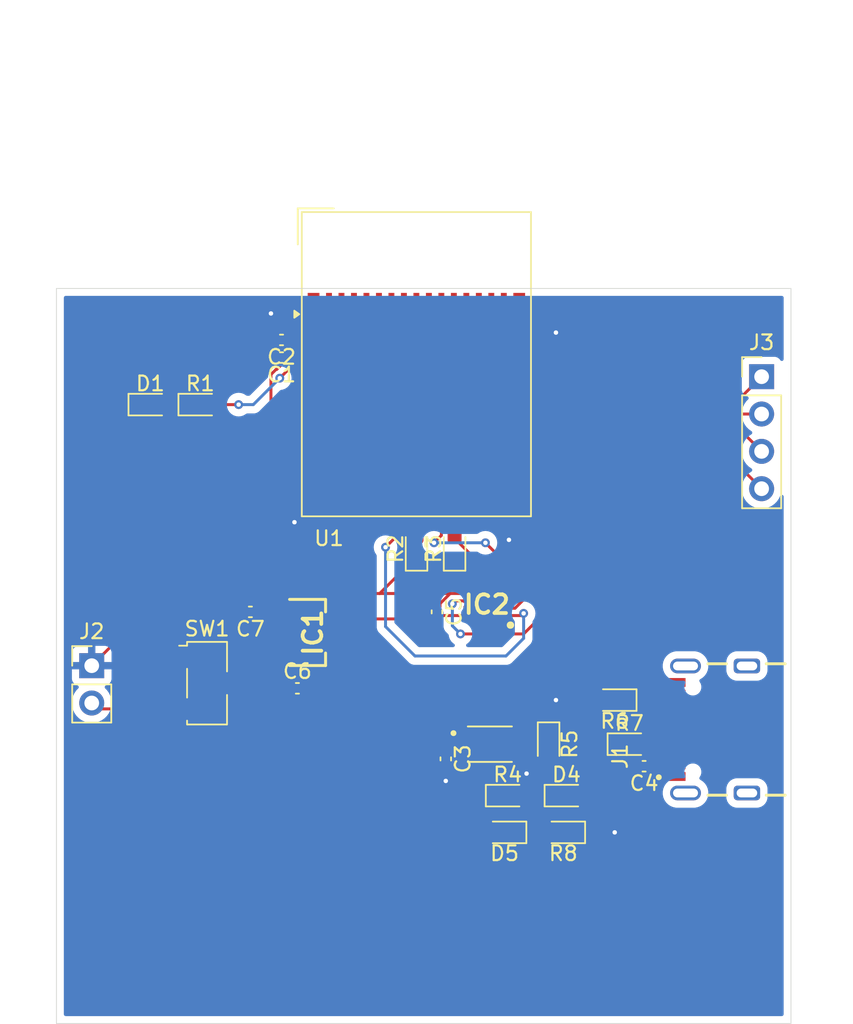
<source format=kicad_pcb>
(kicad_pcb (version 20240108) (generator "pcbnew") (generator_version "8.0")
  (layers (0 "F.Cu" signal) (31 "B.Cu" signal) (34 "B.Paste" user) (35 "F.Paste" user) (36 "B.SilkS" user "B.Silkscreen") (37 "F.SilkS" user "F.Silkscreen") (38 "B.Mask" user) (39 "F.Mask" user) (44 "Edge.Cuts" user))
  (net 0 "")
  (net 1 "Net-(IC1-VOUT)")
  (net 2 "GND")
  (net 3 "Net-(J2-Pin_2)")
  (net 4 "Net-(D4-A)")
  (net 5 "Net-(D1-A)")
  (net 6 "Net-(D4-K)")
  (net 7 "Net-(D5-A)")
  (net 8 "Net-(D5-K)")
  (net 9 "Net-(IC1-VIN)")
  (net 10 "Net-(IC2-ALERT)")
  (net 11 "Net-(IC2-SCL)")
  (net 12 "Net-(IC2-NRESET)")
  (net 13 "Net-(IC2-SDA)")
  (net 14 "Net-(J1-CC1)")
  (net 16 "Net-(J1-SHELL_GND-PadSH1)")
  (net 17 "Net-(J1-CC2)")
  (net 23 "Net-(J3-Pin_2)")
  (net 24 "Net-(J3-Pin_1)")
  (net 25 "Net-(J3-Pin_4)")
  (net 26 "Net-(J3-Pin_3)")
  (net 27 "Net-(U1-IO0)")
  (net 28 "Net-(U2-PROG)")
  (footprint "LED_SMD:LED_0603_1608Metric" (layer "F.Cu") (at 127.5 82.5 180)
    (property "Reference" "R8" (at 0 -1.43 0) (layer "F.SilkS"))
    (property "Value" "470")
    (fp_line (start 0.8 -0.735) (end -1.485 -0.735) (stroke (width 0.12)) (layer "F.SilkS"))
    (fp_line (start -1.485 0.735) (end 0.8 0.735) (stroke (width 0.12)) (layer "F.SilkS"))
    (fp_line (start -1.485 -0.735) (end -1.485 0.735) (stroke (width 0.12)) (layer "F.SilkS"))
    (pad "1" smd roundrect (at -0.7875 0 180) (size 0.875 0.95) (layers "F.Cu" "F.Paste" "F.Mask") (net 2 "GND"))
    (pad "2" smd roundrect (at 0.7875 0 180) (size 0.875 0.95) (layers "F.Cu" "F.Paste" "F.Mask") (net 8 "Net-(D5-K)"))
  )
  (footprint "Connector_PinHeader_2.54mm:PinHeader_1x04_P2.54mm_Vertical" (layer "F.Cu") (at 141 51.5)
    (property "Reference" "J3" (at 0 -2.33 0) (layer "F.SilkS"))
    (property "Value" "Conn_01x04_Pin")
    (fp_line (start -1.33 -1.33) (end 0 -1.33) (stroke (width 0.12)) (layer "F.SilkS"))
    (fp_line (start -1.33 0) (end -1.33 -1.33) (stroke (width 0.12)) (layer "F.SilkS"))
    (fp_line (start -1.33 1.27) (end -1.33 8.95) (stroke (width 0.12)) (layer "F.SilkS"))
    (fp_line (start -1.33 1.27) (end 1.33 1.27) (stroke (width 0.12)) (layer "F.SilkS"))
    (fp_line (start -1.33 8.95) (end 1.33 8.95) (stroke (width 0.12)) (layer "F.SilkS"))
    (fp_line (start 1.33 1.27) (end 1.33 8.95) (stroke (width 0.12)) (layer "F.SilkS"))
    (pad "1" thru_hole rect (at 0 0) (size 1.7 1.7) (drill 1) (layers "*.Cu" "*.Mask") (net 24 "Net-(J3-Pin_1)"))
    (pad "2" thru_hole oval (at 0 2.54) (size 1.7 1.7) (drill 1) (layers "*.Cu" "*.Mask") (net 23 "Net-(J3-Pin_2)"))
    (pad "3" thru_hole oval (at 0 5.08) (size 1.7 1.7) (drill 1) (layers "*.Cu" "*.Mask") (net 26 "Net-(J3-Pin_3)"))
    (pad "4" thru_hole oval (at 0 7.62) (size 1.7 1.7) (drill 1) (layers "*.Cu" "*.Mask") (net 25 "Net-(J3-Pin_4)"))
  )
  (footprint "Capacitor_SMD:C_0402_1005Metric" (layer "F.Cu") (at 108.32 49 180)
    (property "Reference" "C2" (at 0 -1.16 0) (layer "F.SilkS"))
    (property "Value" "0.1uF")
    (fp_line (start -0.107836 0.36) (end 0.107836 0.36) (stroke (width 0.12)) (layer "F.SilkS"))
    (fp_line (start -0.107836 -0.36) (end 0.107836 -0.36) (stroke (width 0.12)) (layer "F.SilkS"))
    (pad "1" smd roundrect (at -0.48 0 180) (size 0.56 0.62) (layers "F.Cu" "F.Paste" "F.Mask") (net 1 "Net-(IC1-VOUT)"))
    (pad "2" smd roundrect (at 0.48 0 180) (size 0.56 0.62) (layers "F.Cu" "F.Paste" "F.Mask") (net 2 "GND"))
  )
  (footprint "LED_SMD:LED_0603_1608Metric" (layer "F.Cu") (at 131 73.5 180)
    (property "Reference" "R6" (at 0 -1.43 0) (layer "F.SilkS"))
    (property "Value" "5.1k" (hide yes))
    (fp_line (start 0.8 -0.735) (end -1.485 -0.735) (stroke (width 0.12)) (layer "F.SilkS"))
    (fp_line (start -1.485 0.735) (end 0.8 0.735) (stroke (width 0.12)) (layer "F.SilkS"))
    (fp_line (start -1.485 -0.735) (end -1.485 0.735) (stroke (width 0.12)) (layer "F.SilkS"))
    (pad "1" smd roundrect (at -0.7875 0 180) (size 0.875 0.95) (layers "F.Cu" "F.Paste" "F.Mask") (net 17 "Net-(J1-CC2)"))
    (pad "2" smd roundrect (at 0.7875 0 180) (size 0.875 0.95) (layers "F.Cu" "F.Paste" "F.Mask") (net 2 "GND"))
  )
  (footprint "Connector_PinHeader_2.54mm:PinHeader_1x02_P2.54mm_Vertical" (layer "F.Cu") (at 95.4 71.16)
    (property "Reference" "J2" (at 0 -2.33 0) (layer "F.SilkS"))
    (property "Value" "Conn_01x02_Pin")
    (fp_line (start -1.33 -1.33) (end 0 -1.33) (stroke (width 0.12)) (layer "F.SilkS"))
    (fp_line (start -1.33 0) (end -1.33 -1.33) (stroke (width 0.12)) (layer "F.SilkS"))
    (fp_line (start -1.33 1.27) (end -1.33 3.87) (stroke (width 0.12)) (layer "F.SilkS"))
    (fp_line (start -1.33 1.27) (end 1.33 1.27) (stroke (width 0.12)) (layer "F.SilkS"))
    (fp_line (start -1.33 3.87) (end 1.33 3.87) (stroke (width 0.12)) (layer "F.SilkS"))
    (fp_line (start 1.33 1.27) (end 1.33 3.87) (stroke (width 0.12)) (layer "F.SilkS"))
    (pad "1" thru_hole rect (at 0 0) (size 1.7 1.7) (drill 1) (layers "*.Cu" "*.Mask") (net 2 "GND"))
    (pad "2" thru_hole oval (at 0 2.54) (size 1.7 1.7) (drill 1) (layers "*.Cu" "*.Mask") (net 3 "Net-(J2-Pin_2)"))
  )
  (footprint "LED_SMD:LED_0603_1608Metric" (layer "F.Cu") (at 117.51 63.2125 90)
    (property "Reference" "R2" (at 0 -1.43 90) (layer "F.SilkS"))
    (property "Value" "10k")
    (fp_line (start 0.8 -0.735) (end -1.485 -0.735) (stroke (width 0.12)) (layer "F.SilkS"))
    (fp_line (start -1.485 -0.735) (end -1.485 0.735) (stroke (width 0.12)) (layer "F.SilkS"))
    (fp_line (start -1.485 0.735) (end 0.8 0.735) (stroke (width 0.12)) (layer "F.SilkS"))
    (pad "1" smd roundrect (at -0.7875 0 90) (size 0.875 0.95) (layers "F.Cu" "F.Paste" "F.Mask") (net 1 "Net-(IC1-VOUT)"))
    (pad "2" smd roundrect (at 0.7875 0 90) (size 0.875 0.95) (layers "F.Cu" "F.Paste" "F.Mask") (net 13 "Net-(IC2-SDA)"))
  )
  (footprint "LED_SMD:LED_0603_1608Metric" (layer "F.Cu") (at 123.5 82.5 180)
    (property "Reference" "D5" (at 0 -1.43 0) (layer "F.SilkS"))
    (property "Value" "LED")
    (fp_line (start 0.8 -0.735) (end -1.485 -0.735) (stroke (width 0.12)) (layer "F.SilkS"))
    (fp_line (start -1.485 0.735) (end 0.8 0.735) (stroke (width 0.12)) (layer "F.SilkS"))
    (fp_line (start -1.485 -0.735) (end -1.485 0.735) (stroke (width 0.12)) (layer "F.SilkS"))
    (pad "1" smd roundrect (at -0.7875 0 180) (size 0.875 0.95) (layers "F.Cu" "F.Paste" "F.Mask") (net 8 "Net-(D5-K)"))
    (pad "2" smd roundrect (at 0.7875 0 180) (size 0.875 0.95) (layers "F.Cu" "F.Paste" "F.Mask") (net 7 "Net-(D5-A)"))
  )
  (footprint "RF_Module:ESP32-S2-MINI-1" (layer "F.Cu") (at 117.5 50.65)
    (property "Reference" "U1" (at -5.95 11.85 0) (layer "F.SilkS"))
    (property "Value" "ESP32-S3-MINI-1")
    (fp_line (start -8.075 -10.6) (end -8.075 -8.15) (stroke (width 0.12)) (layer "F.SilkS"))
    (fp_line (start -8.075 -10.6) (end -5.625 -10.6) (stroke (width 0.12)) (layer "F.SilkS"))
    (fp_line (start -7.8 -10.35) (end 7.8 -10.35) (stroke (width 0.12)) (layer "F.SilkS"))
    (fp_line (start -7.8 10.35) (end -7.8 -10.35) (stroke (width 0.12)) (layer "F.SilkS"))
    (fp_line (start 7.8 -10.35) (end 7.8 10.35) (stroke (width 0.12)) (layer "F.SilkS"))
    (fp_line (start 7.8 10.35) (end -7.8 10.35) (stroke (width 0.12)) (layer "F.SilkS"))
    (fp_poly (pts (xy -7.975 -3.4) (xy -8.311 -3.16) (xy -8.311 -3.64) (xy -7.975 -3.4)) (stroke (width 0.12)) (fill solid) (layer "F.SilkS"))
    (pad "1" smd rect (at -7 -3.4) (size 0.8 0.4) (layers "F.Cu" "F.Paste" "F.Mask") (net 2 "GND"))
    (pad "2" smd rect (at -7 -2.55) (size 0.8 0.4) (layers "F.Cu" "F.Paste" "F.Mask") (net 2 "GND"))
    (pad "3" smd rect (at -7 -1.7) (size 0.8 0.4) (layers "F.Cu" "F.Paste" "F.Mask") (net 1 "Net-(IC1-VOUT)"))
    (pad "4" smd rect (at -7 -0.85) (size 0.8 0.4) (layers "F.Cu" "F.Paste" "F.Mask") (net 27 "Net-(U1-IO0)"))
    (pad "5" smd rect (at -7 0) (size 0.8 0.4) (layers "F.Cu" "F.Paste" "F.Mask"))
    (pad "6" smd rect (at -7 0.85) (size 0.8 0.4) (layers "F.Cu" "F.Paste" "F.Mask"))
    (pad "7" smd rect (at -7 1.7) (size 0.8 0.4) (layers "F.Cu" "F.Paste" "F.Mask"))
    (pad "8" smd rect (at -7 2.55) (size 0.8 0.4) (layers "F.Cu" "F.Paste" "F.Mask"))
    (pad "9" smd rect (at -7 3.4) (size 0.8 0.4) (layers "F.Cu" "F.Paste" "F.Mask"))
    (pad "10" smd rect (at -7 4.25) (size 0.8 0.4) (layers "F.Cu" "F.Paste" "F.Mask"))
    (pad "11" smd rect (at -7 5.1) (size 0.8 0.4) (layers "F.Cu" "F.Paste" "F.Mask"))
    (pad "12" smd rect (at -7 5.95) (size 0.8 0.4) (layers "F.Cu" "F.Paste" "F.Mask"))
    (pad "13" smd rect (at -7 6.8) (size 0.8 0.4) (layers "F.Cu" "F.Paste" "F.Mask"))
    (pad "14" smd rect (at -7 7.65) (size 0.8 0.4) (layers "F.Cu" "F.Paste" "F.Mask"))
    (pad "15" smd rect (at -7 8.5) (size 0.8 0.4) (layers "F.Cu" "F.Paste" "F.Mask"))
    (pad "16" smd rect (at -5.95 9.55 90) (size 0.8 0.4) (layers "F.Cu" "F.Paste" "F.Mask"))
    (pad "17" smd rect (at -5.1 9.55 90) (size 0.8 0.4) (layers "F.Cu" "F.Paste" "F.Mask"))
    (pad "18" smd rect (at -4.25 9.55 90) (size 0.8 0.4) (layers "F.Cu" "F.Paste" "F.Mask"))
    (pad "19" smd rect (at -3.4 9.55 90) (size 0.8 0.4) (layers "F.Cu" "F.Paste" "F.Mask"))
    (pad "20" smd rect (at -2.55 9.55 90) (size 0.8 0.4) (layers "F.Cu" "F.Paste" "F.Mask"))
    (pad "21" smd rect (at -1.7 9.55 90) (size 0.8 0.4) (layers "F.Cu" "F.Paste" "F.Mask"))
    (pad "22" smd rect (at -0.85 9.55 90) (size 0.8 0.4) (layers "F.Cu" "F.Paste" "F.Mask"))
    (pad "23" smd rect (at 0 9.55 90) (size 0.8 0.4) (layers "F.Cu" "F.Paste" "F.Mask") (net 13 "Net-(IC2-SDA)"))
    (pad "24" smd rect (at 0.85 9.55 90) (size 0.8 0.4) (layers "F.Cu" "F.Paste" "F.Mask"))
    (pad "25" smd rect (at 1.7 9.55 90) (size 0.8 0.4) (layers "F.Cu" "F.Paste" "F.Mask") (net 10 "Net-(IC2-ALERT)"))
    (pad "26" smd rect (at 2.55 9.55 90) (size 0.8 0.4) (layers "F.Cu" "F.Paste" "F.Mask") (net 11 "Net-(IC2-SCL)"))
    (pad "27" smd rect (at 3.4 9.55 90) (size 0.8 0.4) (layers "F.Cu" "F.Paste" "F.Mask"))
    (pad "28" smd rect (at 4.25 9.55 90) (size 0.8 0.4) (layers "F.Cu" "F.Paste" "F.Mask"))
    (pad "29" smd rect (at 5.1 9.55 90) (size 0.8 0.4) (layers "F.Cu" "F.Paste" "F.Mask"))
    (pad "30" smd rect (at 5.95 9.55 90) (size 0.8 0.4) (layers "F.Cu" "F.Paste" "F.Mask"))
    (pad "31" smd rect (at 7 8.5) (size 0.8 0.4) (layers "F.Cu" "F.Paste" "F.Mask"))
    (pad "32" smd rect (at 7 7.65) (size 0.8 0.4) (layers "F.Cu" "F.Paste" "F.Mask"))
    (pad "33" smd rect (at 7 6.8) (size 0.8 0.4) (layers "F.Cu" "F.Paste" "F.Mask") (net 12 "Net-(IC2-NRESET)"))
    (pad "34" smd rect (at 7 5.95) (size 0.8 0.4) (layers "F.Cu" "F.Paste" "F.Mask"))
    (pad "35" smd rect (at 7 5.1) (size 0.8 0.4) (layers "F.Cu" "F.Paste" "F.Mask") (net 25 "Net-(J3-Pin_4)"))
    (pad "36" smd rect (at 7 4.25) (size 0.8 0.4) (layers "F.Cu" "F.Paste" "F.Mask") (net 26 "Net-(J3-Pin_3)"))
    (pad "37" smd rect (at 7 3.4) (size 0.8 0.4) (layers "F.Cu" "F.Paste" "F.Mask") (net 23 "Net-(J3-Pin_2)"))
    (pad "38" smd rect (at 7 2.55) (size 0.8 0.4) (layers "F.Cu" "F.Paste" "F.Mask") (net 24 "Net-(J3-Pin_1)"))
    (pad "39" smd rect (at 7 1.7) (size 0.8 0.4) (layers "F.Cu" "F.Paste" "F.Mask"))
    (pad "40" smd rect (at 7 0.85) (size 0.8 0.4) (layers "F.Cu" "F.Paste" "F.Mask"))
    (pad "41" smd rect (at 7 0) (size 0.8 0.4) (layers "F.Cu" "F.Paste" "F.Mask"))
    (pad "42" smd rect (at 7 -0.85) (size 0.8 0.4) (layers "F.Cu" "F.Paste" "F.Mask") (net 2 "GND"))
    (pad "43" smd rect (at 7 -1.7) (size 0.8 0.4) (layers "F.Cu" "F.Paste" "F.Mask") (net 2 "GND"))
    (pad "44" smd rect (at 7 -2.55) (size 0.8 0.4) (layers "F.Cu" "F.Paste" "F.Mask"))
    (pad "45" smd rect (at 7 -3.4) (size 0.8 0.4) (layers "F.Cu" "F.Paste" "F.Mask"))
    (pad "46" smd rect (at 5.95 -4.45 90) (size 0.8 0.4) (layers "F.Cu" "F.Paste" "F.Mask") (net 2 "GND"))
    (pad "47" smd rect (at 5.1 -4.45 90) (size 0.8 0.4) (layers "F.Cu" "F.Paste" "F.Mask") (net 2 "GND"))
    (pad "48" smd rect (at 4.25 -4.45 90) (size 0.8 0.4) (layers "F.Cu" "F.Paste" "F.Mask") (net 2 "GND"))
    (pad "49" smd rect (at 3.4 -4.45 90) (size 0.8 0.4) (layers "F.Cu" "F.Paste" "F.Mask") (net 2 "GND"))
    (pad "50" smd rect (at 2.55 -4.45 90) (size 0.8 0.4) (layers "F.Cu" "F.Paste" "F.Mask") (net 2 "GND"))
    (pad "51" smd rect (at 1.7 -4.45 90) (size 0.8 0.4) (layers "F.Cu" "F.Paste" "F.Mask") (net 2 "GND"))
    (pad "52" smd rect (at 0.85 -4.45 90) (size 0.8 0.4) (layers "F.Cu" "F.Paste" "F.Mask") (net 2 "GND"))
    (pad "53" smd rect (at 0 -4.45 90) (size 0.8 0.4) (layers "F.Cu" "F.Paste" "F.Mask") (net 2 "GND"))
    (pad "54" smd rect (at -0.85 -4.45 90) (size 0.8 0.4) (layers "F.Cu" "F.Paste" "F.Mask") (net 2 "GND"))
    (pad "55" smd rect (at -1.7 -4.45 90) (size 0.8 0.4) (layers "F.Cu" "F.Paste" "F.Mask") (net 2 "GND"))
    (pad "56" smd rect (at -2.55 -4.45 90) (size 0.8 0.4) (layers "F.Cu" "F.Paste" "F.Mask") (net 2 "GND"))
    (pad "57" smd rect (at -3.4 -4.45 90) (size 0.8 0.4) (layers "F.Cu" "F.Paste" "F.Mask") (net 2 "GND"))
    (pad "58" smd rect (at -4.25 -4.45 90) (size 0.8 0.4) (layers "F.Cu" "F.Paste" "F.Mask") (net 2 "GND"))
    (pad "59" smd rect (at -5.1 -4.45 90) (size 0.8 0.4) (layers "F.Cu" "F.Paste" "F.Mask") (net 2 "GND"))
    (pad "60" smd rect (at -5.95 -4.45 90) (size 0.8 0.4) (layers "F.Cu" "F.Paste" "F.Mask") (net 2 "GND"))
    (pad "61" smd roundrect (at -1.65 0.9) (size 1.2 1.2) (layers "F.Cu" "F.Paste" "F.Mask") (roundrect_rratio 0) (chamfer_ratio 0.33) (chamfer top_left) (net 2 "GND"))
    (pad "61" smd rect (at -1.65 2.55) (size 1.2 1.2) (layers "F.Cu" "F.Paste" "F.Mask") (net 2 "GND"))
    (pad "61" smd rect (at -1.65 4.2) (size 1.2 1.2) (layers "F.Cu" "F.Paste" "F.Mask") (net 2 "GND"))
    (pad "61" smd rect (at 0 0.9) (size 1.2 1.2) (layers "F.Cu" "F.Paste" "F.Mask") (net 2 "GND"))
    (pad "61" smd rect (at 0 2.55) (size 1.2 1.2) (layers "F.Cu" "F.Paste" "F.Mask") (net 2 "GND"))
    (pad "61" smd rect (at 0 4.2) (size 1.2 1.2) (layers "F.Cu" "F.Paste" "F.Mask") (net 2 "GND"))
    (pad "61" smd rect (at 1.65 0.9) (size 1.2 1.2) (layers "F.Cu" "F.Paste" "F.Mask") (net 2 "GND"))
    (pad "61" smd rect (at 1.65 2.55) (size 1.2 1.2) (layers "F.Cu" "F.Paste" "F.Mask") (net 2 "GND"))
    (pad "61" smd rect (at 1.65 4.2) (size 1.2 1.2) (layers "F.Cu" "F.Paste" "F.Mask") (net 2 "GND"))
    (pad "62" smd rect (at -7 -4.45) (size 0.8 0.8) (layers "F.Cu" "F.Paste" "F.Mask") (net 2 "GND"))
    (pad "63" smd rect (at -7 9.55) (size 0.8 0.8) (layers "F.Cu" "F.Paste" "F.Mask") (net 2 "GND"))
    (pad "64" smd rect (at 7 9.55) (size 0.8 0.8) (layers "F.Cu" "F.Paste" "F.Mask") (net 2 "GND"))
    (pad "65" smd rect (at 7 -4.45) (size 0.8 0.8) (layers "F.Cu" "F.Paste" "F.Mask") (net 2 "GND"))
    (zone (net 0) (net_name "") (layers "*.Cu") (name "Antenna") (connect_pads (clearance 0)) (min_thickness 0.254)
      (keepout (tracks not_allowed) (vias not_allowed) (pads not_allowed) (copperpour not_allowed) (footprints not_allowed))
      (fill (thermal_gap 0.508) (thermal_bridge_width 0.508))
      (polygon (pts (xy 140.2 45.4) (xy 94.8 45.4) (xy 94.8 25.9) (xy 140.2 25.9)))
    )
  )
  (footprint "LED_SMD:LED_0603_1608Metric" (layer "F.Cu") (at 99.3875 53.4)
    (property "Reference" "D1" (at 0 -1.43 0) (layer "F.SilkS"))
    (property "Value" "LED")
    (fp_line (start -1.485 -0.735) (end -1.485 0.735) (stroke (width 0.12)) (layer "F.SilkS"))
    (fp_line (start -1.485 0.735) (end 0.8 0.735) (stroke (width 0.12)) (layer "F.SilkS"))
    (fp_line (start 0.8 -0.735) (end -1.485 -0.735) (stroke (width 0.12)) (layer "F.SilkS"))
    (pad "1" smd roundrect (at -0.7875 0) (size 0.875 0.95) (layers "F.Cu" "F.Paste" "F.Mask") (net 2 "GND"))
    (pad "2" smd roundrect (at 0.7875 0) (size 0.875 0.95) (layers "F.Cu" "F.Paste" "F.Mask") (net 5 "Net-(D1-A)"))
  )
  (footprint "Projet_capteur_temp:MCP73831T-2DCI_MC" (layer "F.Cu") (at 122.5 76.5)
    (property "Reference" "U2" (hide yes))
    (property "Value" "MCP73831T-2DCI_MC-gesBat" (hide yes))
    (fp_line (start -1.5 -1.205) (end 1.5 -1.205) (stroke (width 0.127)) (layer "F.SilkS"))
    (fp_line (start -1.5 1.205) (end 1.5 1.205) (stroke (width 0.127)) (layer "F.SilkS"))
    (fp_circle (center -2.475 -0.75) (end -2.375 -0.75) (stroke (width 0.2)) (fill none) (layer "F.SilkS"))
    (pad "1" smd roundrect (at -1.435 -0.75) (size 0.84 0.27) (layers "F.Cu" "F.Paste" "F.Mask") (roundrect_rratio 0.125) (net 4 "Net-(D4-A)"))
    (pad "2" smd roundrect (at -1.435 -0.25) (size 0.84 0.27) (layers "F.Cu" "F.Paste" "F.Mask") (roundrect_rratio 0.125) (net 4 "Net-(D4-A)"))
    (pad "3" smd roundrect (at -1.435 0.25) (size 0.84 0.27) (layers "F.Cu" "F.Paste" "F.Mask") (roundrect_rratio 0.125) (net 3 "Net-(J2-Pin_2)"))
    (pad "4" smd roundrect (at -1.435 0.75) (size 0.84 0.27) (layers "F.Cu" "F.Paste" "F.Mask") (roundrect_rratio 0.125) (net 3 "Net-(J2-Pin_2)"))
    (pad "5" smd roundrect (at 1.435 0.75) (size 0.84 0.27) (layers "F.Cu" "F.Paste" "F.Mask") (roundrect_rratio 0.125) (net 7 "Net-(D5-A)"))
    (pad "6" smd roundrect (at 1.435 0.25) (size 0.84 0.27) (layers "F.Cu" "F.Paste" "F.Mask") (roundrect_rratio 0.125) (net 2 "GND"))
    (pad "7" smd roundrect (at 1.435 -0.25) (size 0.84 0.27) (layers "F.Cu" "F.Paste" "F.Mask") (roundrect_rratio 0.125))
    (pad "8" smd roundrect (at 1.435 -0.75) (size 0.84 0.27) (layers "F.Cu" "F.Paste" "F.Mask") (roundrect_rratio 0.125) (net 28 "Net-(U2-PROG)"))
    (pad "9" smd rect (at 0 0) (size 1.63 1.43) (layers "F.Cu" "F.Mask"))
  )
  (footprint "Capacitor_SMD:C_0402_1005Metric" (layer "F.Cu") (at 109.4 72.7)
    (property "Reference" "C6" (at 0 -1.16 0) (layer "F.SilkS"))
    (property "Value" "1uF")
    (fp_line (start -0.107836 -0.36) (end 0.107836 -0.36) (stroke (width 0.12)) (layer "F.SilkS"))
    (fp_line (start -0.107836 0.36) (end 0.107836 0.36) (stroke (width 0.12)) (layer "F.SilkS"))
    (pad "1" smd roundrect (at -0.48 0) (size 0.56 0.62) (layers "F.Cu" "F.Paste" "F.Mask") (net 9 "Net-(IC1-VIN)"))
    (pad "2" smd roundrect (at 0.48 0) (size 0.56 0.62) (layers "F.Cu" "F.Paste" "F.Mask") (net 2 "GND"))
  )
  (footprint "LED_SMD:LED_0603_1608Metric" (layer "F.Cu") (at 126.5 76.5 -90)
    (property "Reference" "R5" (at 0 -1.43 90) (layer "F.SilkS"))
    (property "Value" "2k" (hide yes))
    (fp_line (start -1.485 0.735) (end 0.8 0.735) (stroke (width 0.12)) (layer "F.SilkS"))
    (fp_line (start -1.485 -0.735) (end -1.485 0.735) (stroke (width 0.12)) (layer "F.SilkS"))
    (fp_line (start 0.8 -0.735) (end -1.485 -0.735) (stroke (width 0.12)) (layer "F.SilkS"))
    (pad "1" smd roundrect (at -0.7875 0 270) (size 0.875 0.95) (layers "F.Cu" "F.Paste" "F.Mask") (net 28 "Net-(U2-PROG)"))
    (pad "2" smd roundrect (at 0.7875 0 270) (size 0.875 0.95) (layers "F.Cu" "F.Paste" "F.Mask") (net 2 "GND"))
  )
  (footprint "LED_SMD:LED_0603_1608Metric" (layer "F.Cu") (at 123.7125 80)
    (property "Reference" "R4" (at 0 -1.43 0) (layer "F.SilkS"))
    (property "Value" "470")
    (fp_line (start -1.485 -0.735) (end -1.485 0.735) (stroke (width 0.12)) (layer "F.SilkS"))
    (fp_line (start -1.485 0.735) (end 0.8 0.735) (stroke (width 0.12)) (layer "F.SilkS"))
    (fp_line (start 0.8 -0.735) (end -1.485 -0.735) (stroke (width 0.12)) (layer "F.SilkS"))
    (pad "1" smd roundrect (at -0.7875 0) (size 0.875 0.95) (layers "F.Cu" "F.Paste" "F.Mask") (net 7 "Net-(D5-A)"))
    (pad "2" smd roundrect (at 0.7875 0) (size 0.875 0.95) (layers "F.Cu" "F.Paste" "F.Mask") (net 6 "Net-(D4-K)"))
  )
  (footprint "Capacitor_SMD:C_0402_1005Metric" (layer "F.Cu") (at 106.2 67.5 180)
    (property "Reference" "C7" (at 0 -1.16 0) (layer "F.SilkS"))
    (property "Value" "10uF")
    (fp_line (start -0.107836 0.36) (end 0.107836 0.36) (stroke (width 0.12)) (layer "F.SilkS"))
    (fp_line (start -0.107836 -0.36) (end 0.107836 -0.36) (stroke (width 0.12)) (layer "F.SilkS"))
    (pad "1" smd roundrect (at -0.48 0 180) (size 0.56 0.62) (layers "F.Cu" "F.Paste" "F.Mask") (net 1 "Net-(IC1-VOUT)"))
    (pad "2" smd roundrect (at 0.48 0 180) (size 0.56 0.62) (layers "F.Cu" "F.Paste" "F.Mask") (net 2 "GND"))
  )
  (footprint "Capacitor_SMD:C_0402_1005Metric" (layer "F.Cu") (at 118.9 67.5 -90)
    (property "Reference" "C5" (at 0 -1.16 90) (layer "F.SilkS"))
    (property "Value" "4.7 uF")
    (fp_line (start -0.107836 0.36) (end 0.107836 0.36) (stroke (width 0.12)) (layer "F.SilkS"))
    (fp_line (start -0.107836 -0.36) (end 0.107836 -0.36) (stroke (width 0.12)) (layer "F.SilkS"))
    (pad "1" smd roundrect (at -0.48 0 270) (size 0.56 0.62) (layers "F.Cu" "F.Paste" "F.Mask") (net 1 "Net-(IC1-VOUT)"))
    (pad "2" smd roundrect (at 0.48 0 270) (size 0.56 0.62) (layers "F.Cu" "F.Paste" "F.Mask") (net 2 "GND"))
  )
  (footprint "Projet_capteur_temp:GCT_USB4105GFA120" (layer "F.Cu") (at 140 75.5 90)
    (property "Reference" "J1" (at -1.825 -8.635 90) (layer "F.SilkS"))
    (property "Value" "USB4105GFA120-USB-C")
    (fp_line (start 4.47 -2.65) (end 4.47 -1.4) (stroke (width 0.2)) (layer "F.SilkS"))
    (fp_line (start -4.47 -2.65) (end -4.47 -1.4) (stroke (width 0.2)) (layer "F.SilkS"))
    (fp_line (start -4.47 1.32) (end -4.47 2.6) (stroke (width 0.2)) (layer "F.SilkS"))
    (fp_line (start 4.47 2.6) (end 4.47 1.32) (stroke (width 0.2)) (layer "F.SilkS"))
    (fp_circle (center -3.25 -6) (end -3.15 -6) (stroke (width 0.2)) (fill none) (layer "F.SilkS"))
    (pad "" np_thru_hole circle (at -2.89 -3.68 90) (size 0.65 0.65) (drill 0.65) (layers "*.Cu" "*.Mask"))
    (pad "" np_thru_hole circle (at 2.89 -3.68 90) (size 0.65 0.65) (drill 0.65) (layers "*.Cu" "*.Mask"))
    (pad "A1_B12" smd rect (at -3.2 -4.755 90) (size 0.6 1.15) (layers "F.Cu" "F.Paste" "F.Mask") (net 2 "GND"))
    (pad "A4_B9" smd rect (at -2.4 -4.755 90) (size 0.6 1.15) (layers "F.Cu" "F.Paste" "F.Mask") (net 4 "Net-(D4-A)"))
    (pad "A5" smd rect (at -1.25 -4.755 90) (size 0.3 1.15) (layers "F.Cu" "F.Paste" "F.Mask") (net 14 "Net-(J1-CC1)"))
    (pad "A6" smd rect (at -0.25 -4.755 90) (size 0.3 1.15) (layers "F.Cu" "F.Paste" "F.Mask"))
    (pad "A7" smd rect (at 0.25 -4.755 90) (size 0.3 1.15) (layers "F.Cu" "F.Paste" "F.Mask"))
    (pad "A8" smd rect (at 1.25 -4.755 90) (size 0.3 1.15) (layers "F.Cu" "F.Paste" "F.Mask"))
    (pad "B1_A12" smd rect (at 3.2 -4.755 90) (size 0.6 1.15) (layers "F.Cu" "F.Paste" "F.Mask") (net 2 "GND"))
    (pad "B4_A9" smd rect (at 2.4 -4.755 90) (size 0.6 1.15) (layers "F.Cu" "F.Paste" "F.Mask") (net 4 "Net-(D4-A)"))
    (pad "B5" smd rect (at 1.75 -4.755 90) (size 0.3 1.15) (layers "F.Cu" "F.Paste" "F.Mask") (net 17 "Net-(J1-CC2)"))
    (pad "B6" smd rect (at 0.75 -4.755 90) (size 0.3 1.15) (layers "F.Cu" "F.Paste" "F.Mask"))
    (pad "B7" smd rect (at -0.75 -4.755 90) (size 0.3 1.15) (layers "F.Cu" "F.Paste" "F.Mask"))
    (pad "B8" smd rect (at -1.75 -4.755 90) (size 0.3 1.15) (layers "F.Cu" "F.Paste" "F.Mask"))
    (pad "SH1" thru_hole oval (at -4.32 -4.18 90) (size 1 2.1) (drill oval 0.6 1.7) (layers "*.Cu" "*.Mask") (net 16 "Net-(J1-SHELL_GND-PadSH1)"))
    (pad "SH2" thru_hole oval (at 4.32 -4.18 90) (size 1 2.1) (drill oval 0.6 1.7) (layers "*.Cu" "*.Mask") (net 16 "Net-(J1-SHELL_GND-PadSH1)"))
    (pad "SH3" thru_hole roundrect (at -4.32 0 90) (size 1 1.8) (drill oval 0.6 1.4) (layers "*.Cu" "*.Mask") (net 16 "Net-(J1-SHELL_GND-PadSH1)"))
    (pad "SH4" thru_hole roundrect (at 4.32 0 90) (size 1 1.8) (drill oval 0.6 1.4) (layers "*.Cu" "*.Mask") (net 16 "Net-(J1-SHELL_GND-PadSH1)"))
  )
  (footprint "Projet_capteur_temp:BCX53TA" (layer "F.Cu") (at 110.068 68.9 -90)
    (property "Reference" "IC1" (at 0 -0.383 90) (layer "F.SilkS") (effects (font (size 1.27 1.27) (thickness 0.254))))
    (property "Value" "AP7375-33Y-13-LDO" (hide yes))
    (fp_line (start -2.25 -1.25) (end -2.25 1.2) (stroke (width 0.2)) (layer "F.SilkS"))
    (fp_line (start -1.4 -1.25) (end -2.25 -1.25) (stroke (width 0.2)) (layer "F.SilkS"))
    (fp_line (start 1.4 -1.25) (end 2.25 -1.25) (stroke (width 0.2)) (layer "F.SilkS"))
    (fp_line (start 2.25 -1.25) (end 2.25 1.2) (stroke (width 0.2)) (layer "F.SilkS"))
    (pad "1" smd rect (at -1.5 1.017 270) (size 0.58 1.73) (layers "F.Cu" "F.Paste" "F.Mask") (net 1 "Net-(IC1-VOUT)"))
    (pad "2" smd rect (at 0 1.132 270) (size 0.76 1.5) (layers "F.Cu" "F.Paste" "F.Mask") (net 2 "GND"))
    (pad "3" smd rect (at 1.5 1.017 270) (size 0.58 1.73) (layers "F.Cu" "F.Paste" "F.Mask") (net 9 "Net-(IC1-VIN)"))
    (pad "4" smd rect (at 0 -1.132 270) (size 1.933 3.03) (layers "F.Cu" "F.Paste" "F.Mask") (net 2 "GND"))
  )
  (footprint "LED_SMD:LED_0603_1608Metric" (layer "F.Cu") (at 127.7125 80)
    (property "Reference" "D4" (at 0 -1.43 0) (layer "F.SilkS"))
    (property "Value" "LED")
    (fp_line (start -1.485 -0.735) (end -1.485 0.735) (stroke (width 0.12)) (layer "F.SilkS"))
    (fp_line (start -1.485 0.735) (end 0.8 0.735) (stroke (width 0.12)) (layer "F.SilkS"))
    (fp_line (start 0.8 -0.735) (end -1.485 -0.735) (stroke (width 0.12)) (layer "F.SilkS"))
    (pad "1" smd roundrect (at -0.7875 0) (size 0.875 0.95) (layers "F.Cu" "F.Paste" "F.Mask") (net 6 "Net-(D4-K)"))
    (pad "2" smd roundrect (at 0.7875 0) (size 0.875 0.95) (layers "F.Cu" "F.Paste" "F.Mask") (net 4 "Net-(D4-A)"))
  )
  (footprint "Projet_capteur_temp:STS35-DIS" (layer "F.Cu") (at 122.3 67 180)
    (property "Reference" "IC2" (at 0 0 0) (layer "F.SilkS") (effects (font (size 1.27 1.27) (thickness 0.254))))
    (property "Value" "STS35-DIS-sensTemp" (hide yes))
    (fp_circle (center -1.6 -1.4) (end -1.6 -1.275) (stroke (width 0.25)) (fill none) (layer "F.SilkS"))
    (pad "1" smd rect (at -1.2 -0.75 270) (size 0.3 0.8) (layers "F.Cu" "F.Paste" "F.Mask") (net 13 "Net-(IC2-SDA)"))
    (pad "2" smd rect (at -1.2 -0.25 270) (size 0.3 0.8) (layers "F.Cu" "F.Paste" "F.Mask") (net 2 "GND"))
    (pad "3" smd rect (at -1.2 0.25 270) (size 0.3 0.8) (layers "F.Cu" "F.Paste" "F.Mask") (net 10 "Net-(IC2-ALERT)"))
    (pad "4" smd rect (at -1.2 0.75 270) (size 0.3 0.8) (layers "F.Cu" "F.Paste" "F.Mask") (net 11 "Net-(IC2-SCL)"))
    (pad "5" smd rect (at 1.2 0.75 270) (size 0.3 0.8) (layers "F.Cu" "F.Paste" "F.Mask") (net 1 "Net-(IC1-VOUT)"))
    (pad "6" smd rect (at 1.2 0.25 270) (size 0.3 0.8) (layers "F.Cu" "F.Paste" "F.Mask") (net 12 "Net-(IC2-NRESET)"))
    (pad "7" smd rect (at 1.2 -0.25 270) (size 0.3 0.8) (layers "F.Cu" "F.Paste" "F.Mask") (net 2 "GND"))
    (pad "8" smd rect (at 1.2 -0.75 270) (size 0.3 0.8) (layers "F.Cu" "F.Paste" "F.Mask") (net 2 "GND"))
    (pad "9" smd rect (at 0 0 180) (size 1.2 1.9) (layers "F.Cu" "F.Paste" "F.Mask") (net 2 "GND"))
  )
  (footprint "Capacitor_SMD:C_0402_1005Metric" (layer "F.Cu") (at 133 78 180)
    (property "Reference" "C4" (at 0 -1.16 0) (layer "F.SilkS"))
    (property "Value" "4.7 uF" (hide yes))
    (fp_line (start -0.107836 0.36) (end 0.107836 0.36) (stroke (width 0.12)) (layer "F.SilkS"))
    (fp_line (start -0.107836 -0.36) (end 0.107836 -0.36) (stroke (width 0.12)) (layer "F.SilkS"))
    (pad "1" smd roundrect (at -0.48 0 180) (size 0.56 0.62) (layers "F.Cu" "F.Paste" "F.Mask") (net 4 "Net-(D4-A)"))
    (pad "2" smd roundrect (at 0.48 0 180) (size 0.56 0.62) (layers "F.Cu" "F.Paste" "F.Mask") (net 2 "GND"))
  )
  (footprint "LED_SMD:LED_0603_1608Metric" (layer "F.Cu") (at 102.7875 53.4)
    (property "Reference" "R1" (at 0 -1.43 0) (layer "F.SilkS"))
    (property "Value" "120")
    (fp_line (start -1.485 -0.735) (end -1.485 0.735) (stroke (width 0.12)) (layer "F.SilkS"))
    (fp_line (start -1.485 0.735) (end 0.8 0.735) (stroke (width 0.12)) (layer "F.SilkS"))
    (fp_line (start 0.8 -0.735) (end -1.485 -0.735) (stroke (width 0.12)) (layer "F.SilkS"))
    (pad "1" smd roundrect (at -0.7875 0) (size 0.875 0.95) (layers "F.Cu" "F.Paste" "F.Mask") (net 5 "Net-(D1-A)"))
    (pad "2" smd roundrect (at 0.7875 0) (size 0.875 0.95) (layers "F.Cu" "F.Paste" "F.Mask") (net 27 "Net-(U1-IO0)"))
  )
  (footprint "Button_Switch_SMD:Nidec_Copal_CAS-120A" (layer "F.Cu") (at 103.25 72.35)
    (property "Reference" "SW1" (at 0 -3.7 0) (layer "F.SilkS"))
    (property "Value" "SW_Nidec_CAS-120A1")
    (fp_line (start -1.36 -2.81) (end 1.36 -2.81) (stroke (width 0.12)) (layer "F.SilkS"))
    (fp_line (start -1.36 -2.55) (end -1.9 -2.55) (stroke (width 0.12)) (layer "F.SilkS"))
    (fp_line (start -1.36 -2.55) (end -1.36 -2.8) (stroke (width 0.12)) (layer "F.SilkS"))
    (fp_line (start -1.36 -0.98) (end -1.36 0.98) (stroke (width 0.12)) (layer "F.SilkS"))
    (fp_line (start -1.36 2.81) (end -1.36 2.55) (stroke (width 0.12)) (layer "F.SilkS"))
    (fp_line (start 1.35 2.81) (end -1.35 2.81) (stroke (width 0.12)) (layer "F.SilkS"))
    (fp_line (start 1.36 -2.81) (end 1.36 -0.8) (stroke (width 0.12)) (layer "F.SilkS"))
    (fp_line (start 1.36 0.8) (end 1.36 2.81) (stroke (width 0.12)) (layer "F.SilkS"))
    (pad "1" smd roundrect (at -1.15 -1.75 270) (size 1 1.6) (layers "F.Cu" "F.Paste" "F.Mask"))
    (pad "2" smd roundrect (at 1.15 0 270) (size 1 1.6) (layers "F.Cu" "F.Paste" "F.Mask") (net 9 "Net-(IC1-VIN)"))
    (pad "3" smd roundrect (at -1.15 1.75 270) (size 1 1.6) (layers "F.Cu" "F.Paste" "F.Mask") (net 3 "Net-(J2-Pin_2)"))
  )
  (footprint "LED_SMD:LED_0603_1608Metric" (layer "F.Cu") (at 132 76.5)
    (property "Reference" "R7" (at 0 -1.43 0) (layer "F.SilkS"))
    (property "Value" "5.1k")
    (fp_line (start -1.485 -0.735) (end -1.485 0.735) (stroke (width 0.12)) (layer "F.SilkS"))
    (fp_line (start -1.485 0.735) (end 0.8 0.735) (stroke (width 0.12)) (layer "F.SilkS"))
    (fp_line (start 0.8 -0.735) (end -1.485 -0.735) (stroke (width 0.12)) (layer "F.SilkS"))
    (pad "1" smd roundrect (at -0.7875 0) (size 0.875 0.95) (layers "F.Cu" "F.Paste" "F.Mask") (net 2 "GND"))
    (pad "2" smd roundrect (at 0.7875 0) (size 0.875 0.95) (layers "F.Cu" "F.Paste" "F.Mask") (net 14 "Net-(J1-CC1)"))
  )
  (footprint "LED_SMD:LED_0603_1608Metric" (layer "F.Cu") (at 120.1 63.2125 90)
    (property "Reference" "R3" (at 0 -1.43 90) (layer "F.SilkS"))
    (property "Value" "10k")
    (fp_line (start 0.8 -0.735) (end -1.485 -0.735) (stroke (width 0.12)) (layer "F.SilkS"))
    (fp_line (start -1.485 -0.735) (end -1.485 0.735) (stroke (width 0.12)) (layer "F.SilkS"))
    (fp_line (start -1.485 0.735) (end 0.8 0.735) (stroke (width 0.12)) (layer "F.SilkS"))
    (pad "1" smd roundrect (at -0.7875 0 90) (size 0.875 0.95) (layers "F.Cu" "F.Paste" "F.Mask") (net 1 "Net-(IC1-VOUT)"))
    (pad "2" smd roundrect (at 0.7875 0 90) (size 0.875 0.95) (layers "F.Cu" "F.Paste" "F.Mask") (net 11 "Net-(IC2-SCL)"))
  )
  (footprint "Capacitor_SMD:C_0402_1005Metric" (layer "F.Cu") (at 108.32 50.2 180)
    (property "Reference" "C1" (at 0 -1.16 0) (layer "F.SilkS"))
    (property "Value" "22uF")
    (fp_line (start -0.107836 0.36) (end 0.107836 0.36) (stroke (width 0.12)) (layer "F.SilkS"))
    (fp_line (start -0.107836 -0.36) (end 0.107836 -0.36) (stroke (width 0.12)) (layer "F.SilkS"))
    (pad "1" smd roundrect (at -0.48 0 180) (size 0.56 0.62) (layers "F.Cu" "F.Paste" "F.Mask") (net 1 "Net-(IC1-VOUT)"))
    (pad "2" smd roundrect (at 0.48 0 180) (size 0.56 0.62) (layers "F.Cu" "F.Paste" "F.Mask") (net 2 "GND"))
  )
  (footprint "Capacitor_SMD:C_0402_1005Metric" (layer "F.Cu") (at 119.5 77.5 -90)
    (property "Reference" "C3" (at 0 -1.16 90) (layer "F.SilkS"))
    (property "Value" "4.7 uF")
    (fp_line (start -0.107836 0.36) (end 0.107836 0.36) (stroke (width 0.12)) (layer "F.SilkS"))
    (fp_line (start -0.107836 -0.36) (end 0.107836 -0.36) (stroke (width 0.12)) (layer "F.SilkS"))
    (pad "1" smd roundrect (at -0.48 0 270) (size 0.56 0.62) (layers "F.Cu" "F.Paste" "F.Mask") (net 3 "Net-(J2-Pin_2)"))
    (pad "2" smd roundrect (at 0.48 0 270) (size 0.56 0.62) (layers "F.Cu" "F.Paste" "F.Mask") (net 2 "GND"))
  )
  (gr_line (start 93 45.5) (end 143 45.5) (stroke (width 0.05)) (layer "Edge.Cuts"))
  (gr_line (start 143 95.5) (end 93 95.5) (stroke (width 0.05)) (layer "Edge.Cuts"))
  (gr_line (start 143 45.5) (end 143 95.5) (stroke (width 0.05)) (layer "Edge.Cuts"))
  (gr_line (start 93 95.5) (end 93 45.5) (stroke (width 0.05)) (layer "Edge.Cuts"))
  (segment (start 117.7 66.25) (end 119.8 66.25) (width 0.2) (layer "F.Cu") (net 1))
  (segment (start 119.03 67.02) (end 119.8 66.25) (width 0.2) (layer "F.Cu") (net 1))
  (segment (start 107.6 65.949) (end 109.051 67.4) (width 0.2) (layer "F.Cu") (net 1))
  (segment (start 109.051 67.4) (end 110.201 66.25) (width 0.2) (layer "F.Cu") (net 1))
  (segment (start 108.8 50.2) (end 108 51) (width 0.2) (layer "F.Cu") (net 1))
  (segment (start 117.25 64) (end 115 66.25) (width 0.2) (layer "F.Cu") (net 1))
  (segment (start 117.51 64) (end 117.25 64) (width 0.2) (layer "F.Cu") (net 1))
  (segment (start 108.8 49) (end 110.45 49) (width 0.2) (layer "F.Cu") (net 1))
  (segment (start 110.45 49) (end 110.5 48.95) (width 0.2) (layer "F.Cu") (net 1))
  (segment (start 108.8 49) (end 108.8 50.2) (width 0.2) (layer "F.Cu") (net 1))
  (segment (start 107.6 51.351471) (end 107.6 65.949) (width 0.2) (layer "F.Cu") (net 1))
  (segment (start 115 66.25) (end 117.7 66.25) (width 0.2) (layer "F.Cu") (net 1))
  (segment (start 110.201 66.25) (end 115 66.25) (width 0.2) (layer "F.Cu") (net 1))
  (segment (start 107.951471 51) (end 107.6 51.351471) (width 0.2) (layer "F.Cu") (net 1))
  (segment (start 106.68 67.5) (end 108.951 67.5) (width 0.2) (layer "F.Cu") (net 1))
  (segment (start 108.951 67.5) (end 109.051 67.4) (width 0.2) (layer "F.Cu") (net 1))
  (segment (start 120.1 64) (end 119.95 64) (width 0.2) (layer "F.Cu") (net 1))
  (segment (start 118.9 67.02) (end 119.03 67.02) (width 0.2) (layer "F.Cu") (net 1))
  (segment (start 119.8 66.25) (end 121.1 66.25) (width 0.2) (layer "F.Cu") (net 1))
  (segment (start 119.95 64) (end 117.7 66.25) (width 0.2) (layer "F.Cu") (net 1))
  (segment (start 108 51) (end 107.951471 51) (width 0.2) (layer "F.Cu") (net 1))
  (segment (start 121.55 67.75) (end 122.3 67) (width 0.2) (layer "F.Cu") (net 2))
  (segment (start 110.5 48.1) (end 110.5 47.25) (width 0.2) (layer "F.Cu") (net 2))
  (segment (start 123.45 46.2) (end 122.6 46.2) (width 0.2) (layer "F.Cu") (net 2))
  (segment (start 125 64) (end 123.8 62.8) (width 0.2) (layer "F.Cu") (net 2))
  (segment (start 124.95 48.95) (end 124.5 48.95) (width 0.2) (layer "F.Cu") (net 2))
  (segment (start 123.5 67.25) (end 124.215686 67.25) (width 0.2) (layer "F.Cu") (net 2))
  (segment (start 118.9 67.98) (end 118.9 68.259999) (width 0.2) (layer "F.Cu") (net 2))
  (segment (start 97.66 68.9) (end 95.4 71.16) (width 0.2) (layer "F.Cu") (net 2))
  (segment (start 121.1 67.75) (end 121.55 67.75) (width 0.2) (layer "F.Cu") (net 2))
  (segment (start 120.05 46.2) (end 120.9 46.2) (width 0.2) (layer "F.Cu") (net 2))
  (segment (start 119.5 77.98) (end 119.5 79) (width 0.2) (layer "F.Cu") (net 2))
  (segment (start 116.65 46.2) (end 117.5 46.2) (width 0.2) (layer "F.Cu") (net 2))
  (segment (start 119.08 67.98) (end 119.31 67.75) (width 0.2) (layer "F.Cu") (net 2))
  (segment (start 119.31 67.75) (end 121.1 67.75) (width 0.2) (layer "F.Cu") (net 2))
  (segment (start 131.2125 76.5) (end 131.2125 74.5) (width 0.2) (layer "F.Cu") (net 2))
  (segment (start 126.8 48.7) (end 127 48.5) (width 0.2) (layer "F.Cu") (net 2))
  (segment (start 108.7 46.2) (end 110.5 46.2) (width 0.2) (layer "F.Cu") (net 2))
  (segment (start 123.935 76.75) (end 125.9625 76.75) (width 0.2) (layer "F.Cu") (net 2))
  (segment (start 107.7 47.2) (end 108.7 46.2) (width 0.2) (layer "F.Cu") (net 2))
  (segment (start 111.55 46.2) (end 112.4 46.2) (width 0.2) (layer "F.Cu") (net 2))
  (segment (start 121.75 46.2) (end 120.9 46.2) (width 0.2) (layer "F.Cu") (net 2))
  (segment (start 121.1 67.25) (end 122.05 67.25) (width 0.2) (layer "F.Cu") (net 2))
  (segment (start 122.55 67.25) (end 122.3 67) (width 0.2) (layer "F.Cu") (net 2))
  (segment (start 130.2125 73.5) (end 127 73.5) (width 0.2) (layer "F.Cu") (net 2))
  (segment (start 115.8 46.2) (end 114.95 46.2) (width 0.2) (layer "F.Cu") (net 2))
  (segment (start 125.2 48.7) (end 126.8 48.7) (width 0.2) (layer "F.Cu") (net 2))
  (segment (start 125.9625 76.75) (end 126.5 77.2875) (width 0.2) (layer "F.Cu") (net 2))
  (segment (start 132.52 78) (end 132.52 77.8075) (width 0.2) (layer "F.Cu") (net 2))
  (segment (start 107.6 47.2) (end 107.7 47.2) (width 0.2) (layer "F.Cu") (net 2))
  (segment (start 115.8 46.2) (end 116.65 46.2) (width 0.2) (layer "F.Cu") (net 2))
  (segment (start 125.2875 78.5) (end 125 78.5) (width 0.2) (layer "F.Cu") (net 2))
  (segment (start 118.9 67.98) (end 119.08 67.98) (width 0.2) (layer "F.Cu") (net 2))
  (segment (start 98.6 53.4) (end 101.8 50.2) (width 0.2) (layer "F.Cu") (net 2))
  (segment (start 123.8 62.8) (end 123.8 62.6) (width 0.2) (layer "F.Cu") (net 2))
  (segment (start 105.3 68.9) (end 97.66 68.9) (width 0.2) (layer "F.Cu") (net 2))
  (segment (start 125 60.7) (end 124.5 60.2) (width 0.2) (layer "F.Cu") (net 2))
  (segment (start 122.05 67.25) (end 122.3 67) (width 0.2) (layer "F.Cu") (net 2))
  (segment (start 108.936 68.9) (end 105.3 68.9) (width 0.2) (layer "F.Cu") (net 2))
  (segment (start 134.8 78.7) (end 135.245 78.7) (width 0.2) (layer "F.Cu") (net 2))
  (segment (start 109.88 72.7) (end 111.2 71.38) (width 0.2) (layer "F.Cu") (net 2))
  (segment (start 125 64) (end 125 60.7) (width 0.2) (layer "F.Cu") (net 2))
  (segment (start 110.5 46.2) (end 111.55 46.2) (width 0.2) (layer "F.Cu") (net 2))
  (segment (start 124.5 46.2) (end 125.2 46.9) (width 0.2) (layer "F.Cu") (net 2))
  (segment (start 132.52 77.8075) (end 131.2125 76.5) (width 0.2) (layer "F.Cu") (net 2))
  (segment (start 115.85 54.85) (end 115.85 53.2) (width 0.2) (layer "F.Cu") (net 2))
  (segment (start 119.2 46.2) (end 118.35 46.2) (width 0.2) (layer "F.Cu") (net 2))
  (segment (start 112.4 46.2) (end 113.25 46.2) (width 0.2) (layer "F.Cu") (net 2))
  (segment (start 105.72 68.48) (end 105.3 68.9) (width 0.2) (layer "F.Cu") (net 2))
  (segment (start 107.84 50.2) (end 101.8 50.2) (width 0.2) (layer "F.Cu") (net 2))
  (segment (start 120.9 49.8) (end 124.5 49.8) (width 0.2) (layer "F.Cu") (net 2))
  (segment (start 125 66.465686) (end 125 64) (width 0.2) (layer "F.Cu") (net 2))
  (segment (start 126.5 77.2875) (end 125.2875 78.5) (width 0.2) (layer "F.Cu") (net 2))
  (segment (start 114.1 46.2) (end 114.95 46.2) (width 0.2) (layer "F.Cu") (net 2))
  (segment (start 123.5 67.25) (end 122.55 67.25) (width 0.2) (layer "F.Cu") (net 2))
  (segment (start 125.2 48.7) (end 124.95 48.95) (width 0.2) (layer "F.Cu") (net 2))
  (segment (start 131.2125 74.5) (end 130.2125 73.5) (width 0.2) (layer "F.Cu") (net 2))
  (segment (start 119.15 51.55) (end 120.9 49.8) (width 0.2) (layer "F.Cu") (net 2))
  (segment (start 131 82.5) (end 134.8 78.7) (width 0.2) (layer "F.Cu") (net 2))
  (segment (start 119.2 46.2) (end 120.05 46.2) (width 0.2) (layer "F.Cu") (net 2))
  (segment (start 124.5 49.8) (end 124.5 48.95) (width 0.2) (layer "F.Cu") (net 2))
  (segment (start 117.5 54.85) (end 119.15 54.85) (width 0.2) (layer "F.Cu") (net 2))
  (segment (start 117.5 46.2) (end 118.35 46.2) (width 0.2) (layer "F.Cu") (net 2))
  (segment (start 118.9 67.98) (end 112.12 67.98) (width 0.2) (layer "F.Cu") (net 2))
  (segment (start 124.5 46.2) (end 123.45 46.2) (width 0.2) (layer "F.Cu") (net 2))
  (segment (start 122.6 46.2) (end 121.75 46.2) (width 0.2) (layer "F.Cu") (net 2))
  (segment (start 119.15 54.85) (end 119.15 53.2) (width 0.2) (layer "F.Cu") (net 2))
  (segment (start 125.2 46.9) (end 125.2 48.7) (width 0.2) (layer "F.Cu") (net 2))
  (segment (start 110.4 60.2) (end 109.2 61.4) (width 0.2) (layer "F.Cu") (net 2))
  (segment (start 135.245 72.3) (end 131.4125 72.3) (width 0.2) (layer "F.Cu") (net 2))
  (segment (start 110.5 60.2) (end 110.4 60.2) (width 0.2) (layer "F.Cu") (net 2))
  (segment (start 107.6 47.2) (end 107.6 48.76) (width 0.2) (layer "F.Cu") (net 2))
  (segment (start 128.2875 82.5) (end 131 82.5) (width 0.2) (layer "F.Cu") (net 2))
  (segment (start 117.5 54.85) (end 115.85 54.85) (width 0.2) (layer "F.Cu") (net 2))
  (segment (start 111.2 71.38) (end 111.2 68.9) (width 0.2) (layer "F.Cu") (net 2))
  (segment (start 115.85 51.55) (end 115.85 53.2) (width 0.2) (layer "F.Cu") (net 2))
  (segment (start 110.5 46.2) (end 110.5 47.25) (width 0.2) (layer "F.Cu") (net 2))
  (segment (start 107.84 49) (end 107.84 50.2) (width 0.2) (layer "F.Cu") (net 2))
  (segment (start 113.25 46.2) (end 114.1 46.2) (width 0.2) (layer "F.Cu") (net 2))
  (segment (start 105.72 67.5) (end 105.72 68.48) (width 0.2) (layer "F.Cu") (net 2))
  (segment (start 107.6 48.76) (end 107.84 49) (width 0.2) (layer "F.Cu") (net 2))
  (segment (start 117.5 53.2) (end 117.5 54.85) (width 0.2) (layer "F.Cu") (net 2))
  (segment (start 119.15 51.55) (end 117.5 51.55) (width 0.2) (layer "F.Cu") (net 2))
  (segment (start 124.215686 67.25) (end 125 66.465686) (width 0.2) (layer "F.Cu") (net 2))
  (segment (start 131.4125 72.3) (end 130.2125 73.5) (width 0.2) (layer "F.Cu") (net 2))
  (segment (start 115.85 51.55) (end 117.5 51.55) (width 0.2) (layer "F.Cu") (net 2))
  (segment (start 112.12 67.98) (end 111.2 68.9) (width 0.2) (layer "F.Cu") (net 2))
  (via (at 127 48.5) (size 0.6) (drill 0.3) (layers "F.Cu" "B.Cu") (net 2))
  (via (at 123.8 62.6) (size 0.6) (drill 0.3) (layers "F.Cu" "B.Cu") (net 2))
  (via (at 131 82.5) (size 0.6) (drill 0.3) (layers "F.Cu" "B.Cu") (net 2))
  (via (at 107.6 47.2) (size 0.6) (drill 0.3) (layers "F.Cu" "B.Cu") (net 2))
  (via (at 119.5 79) (size 0.6) (drill 0.3) (layers "F.Cu" "B.Cu") (net 2))
  (via (at 125 78.5) (size 0.6) (drill 0.3) (layers "F.Cu" "B.Cu") (net 2))
  (via (at 127 73.5) (size 0.6) (drill 0.3) (layers "F.Cu" "B.Cu") (net 2))
  (via (at 109.2 61.4) (size 0.6) (drill 0.3) (layers "F.Cu" "B.Cu") (net 2))
  (segment (start 95.8 74.1) (end 95.4 73.7) (width 0.2) (layer "F.Cu") (net 3))
  (segment (start 102.1 74.1) (end 116.58 74.1) (width 0.2) (layer "F.Cu") (net 3))
  (segment (start 119.5 77.02) (end 120.795 77.02) (width 0.2) (layer "F.Cu") (net 3))
  (segment (start 102.1 74.1) (end 95.8 74.1) (width 0.2) (layer "F.Cu") (net 3))
  (segment (start 116.58 74.1) (end 119.5 77.02) (width 0.2) (layer "F.Cu") (net 3))
  (segment (start 120.815 77) (end 121.065 76.75) (width 0.2) (layer "F.Cu") (net 3))
  (segment (start 121.065 77.25) (end 120.815 77) (width 0.2) (layer "F.Cu") (net 3))
  (segment (start 102.14 74.14) (end 102.1 74.1) (width 0.2) (layer "F.Cu") (net 3))
  (segment (start 120.795 77.02) (end 120.815 77) (width 0.2) (layer "F.Cu") (net 3))
  (segment (start 128.5 80) (end 128.5 75.5) (width 0.2) (layer "F.Cu") (net 4))
  (segment (start 135.145 78) (end 135.245 77.9) (width 0.2) (layer "F.Cu") (net 4))
  (segment (start 121.065 76.25) (end 121.065 75.75) (width 0.2) (layer "F.Cu") (net 4))
  (segment (start 128.5 75.5) (end 127.5 74.5) (width 0.2) (layer "F.Cu") (net 4))
  (segment (start 131.48 80) (end 128.5 80) (width 0.2) (layer "F.Cu") (net 4))
  (segment (start 133.48 78) (end 135.145 78) (width 0.2) (layer "F.Cu") (net 4))
  (segment (start 121.5 75.315) (end 121.065 75.75) (width 0.2) (layer "F.Cu") (net 4))
  (segment (start 131.48 80) (end 133.48 78) (width 0.2) (layer "F.Cu") (net 4))
  (segment (start 127.5 74.5) (end 121.5 74.5) (width 0.2) (layer "F.Cu") (net 4))
  (segment (start 121.5 74.5) (end 121.5 75.315) (width 0.2) (layer "F.Cu") (net 4))
  (segment (start 100.175 53.4) (end 102 53.4) (width 0.2) (layer "F.Cu") (net 5))
  (segment (start 124.5 80) (end 126.925 80) (width 0.2) (layer "F.Cu") (net 6))
  (segment (start 122.925 78.26) (end 123.935 77.25) (width 0.2) (layer "F.Cu") (net 7))
  (segment (start 122.925 82.2875) (end 122.7125 82.5) (width 0.2) (layer "F.Cu") (net 7))
  (segment (start 122.925 80) (end 122.925 82.2875) (width 0.2) (layer "F.Cu") (net 7))
  (segment (start 122.925 80) (end 122.925 78.26) (width 0.2) (layer "F.Cu") (net 7))
  (segment (start 124.2875 82.5) (end 126.7125 82.5) (width 0.2) (layer "F.Cu") (net 8))
  (segment (start 108.92 72.7) (end 108.92 70.881) (width 0.2) (layer "F.Cu") (net 9))
  (segment (start 108.951 70.5) (end 108.951 70.85) (width 0.2) (layer "F.Cu") (net 9))
  (segment (start 108.92 70.881) (end 108.951 70.85) (width 0.2) (layer "F.Cu") (net 9))
  (segment (start 109.051 70.4) (end 108.951 70.5) (width 0.2) (layer "F.Cu") (net 9))
  (segment (start 104.4 72.35) (end 108.57 72.35) (width 0.2) (layer "F.Cu") (net 9))
  (segment (start 108.57 72.35) (end 108.92 72.7) (width 0.2) (layer "F.Cu") (net 9))
  (segment (start 119.2 62.3) (end 119.2 60.2) (width 0.2) (layer "F.Cu") (net 10))
  (segment (start 124.2 66.7) (end 124.2 64.8) (width 0.2) (layer "F.Cu") (net 10))
  (segment (start 118.7 62.8) (end 119.2 62.3) (width 0.2) (layer "F.Cu") (net 10))
  (segment (start 124.2 64.8) (end 122.2 62.8) (width 0.2) (layer "F.Cu") (net 10))
  (segment (start 124.15 66.75) (end 124.2 66.7) (width 0.2) (layer "F.Cu") (net 10))
  (segment (start 123.5 66.75) (end 124.15 66.75) (width 0.2) (layer "F.Cu") (net 10))
  (via (at 122.2 62.8) (size 0.6) (drill 0.3) (layers "F.Cu" "B.Cu") (net 10))
  (via (at 118.7 62.8) (size 0.6) (drill 0.3) (layers "F.Cu" "B.Cu") (net 10))
  (segment (start 122.2 62.8) (end 118.7 62.8) (width 0.2) (layer "B.Cu") (net 10))
  (segment (start 123.5 65.9) (end 120.1 62.5) (width 0.2) (layer "F.Cu") (net 11))
  (segment (start 120.1 62.5) (end 120.1 62.425) (width 0.2) (layer "F.Cu") (net 11))
  (segment (start 120.05 62.375) (end 120.1 62.425) (width 0.2) (layer "F.Cu") (net 11))
  (segment (start 120.05 60.2) (end 120.05 62.375) (width 0.2) (layer "F.Cu") (net 11))
  (segment (start 123.5 66.25) (end 123.5 65.9) (width 0.2) (layer "F.Cu") (net 11))
  (segment (start 121.1 66.75) (end 120.14853 66.75) (width 0.2) (layer "F.Cu") (net 12))
  (segment (start 125.55 57.45) (end 124.5 57.45) (width 0.2) (layer "F.Cu") (net 12))
  (segment (start 124.8 69) (end 126.1 67.7) (width 0.2) (layer "F.Cu") (net 12))
  (segment (start 126.1 58) (end 125.55 57.45) (width 0.2) (layer "F.Cu") (net 12))
  (segment (start 120.5 69) (end 124.8 69) (width 0.2) (layer "F.Cu") (net 12))
  (segment (start 126.1 67.7) (end 126.1 58) (width 0.2) (layer "F.Cu") (net 12))
  (segment (start 120.14853 66.75) (end 119.949265 66.949265) (width 0.2) (layer "F.Cu") (net 12))
  (via (at 119.949265 66.949265) (size 0.6) (drill 0.3) (layers "F.Cu" "B.Cu") (net 12))
  (via (at 120.5 69) (size 0.6) (drill 0.3) (layers "F.Cu" "B.Cu") (net 12))
  (segment (start 119.949265 68.449265) (end 120.5 69) (width 0.2) (layer "B.Cu") (net 12))
  (segment (start 119.949265 66.949265) (end 119.949265 68.449265) (width 0.2) (layer "B.Cu") (net 12))
  (segment (start 117.51 60.21) (end 117.5 60.2) (width 0.2) (layer "F.Cu") (net 13))
  (segment (start 117.51 62.425) (end 117.51 60.21) (width 0.2) (layer "F.Cu") (net 13))
  (segment (start 115.4 63.1) (end 116.075 62.425) (width 0.2) (layer "F.Cu") (net 13))
  (segment (start 124.65 67.75) (end 124.8 67.6) (width 0.2) (layer "F.Cu") (net 13))
  (segment (start 123.5 67.75) (end 124.65 67.75) (width 0.2) (layer "F.Cu") (net 13))
  (segment (start 116.075 62.425) (end 117.51 62.425) (width 0.2) (layer "F.Cu") (net 13))
  (via (at 115.4 63.1) (size 0.6) (drill 0.3) (layers "F.Cu" "B.Cu") (net 13))
  (via (at 124.8 67.6) (size 0.6) (drill 0.3) (layers "F.Cu" "B.Cu") (net 13))
  (segment (start 115.4 68.5) (end 115.4 63.1) (width 0.2) (layer "B.Cu") (net 13))
  (segment (start 124.8 67.6) (end 124.8 69.3) (width 0.2) (layer "B.Cu") (net 13))
  (segment (start 124.8 69.3) (end 123.6 70.5) (width 0.2) (layer "B.Cu") (net 13))
  (segment (start 123.6 70.5) (end 117.4 70.5) (width 0.2) (layer "B.Cu") (net 13))
  (segment (start 117.4 70.5) (end 115.4 68.5) (width 0.2) (layer "B.Cu") (net 13))
  (segment (start 132.7875 76.5) (end 133.0375 76.75) (width 0.2) (layer "F.Cu") (net 14))
  (segment (start 133.0375 76.75) (end 135.245 76.75) (width 0.2) (layer "F.Cu") (net 14))
  (segment (start 135.245 73.75) (end 132.0375 73.75) (width 0.2) (layer "F.Cu") (net 17))
  (segment (start 132.0375 73.75) (end 131.7875 73.5) (width 0.2) (layer "F.Cu") (net 17))
  (segment (start 141 54.04) (end 124.51 54.04) (width 0.2) (layer "F.Cu") (net 23))
  (segment (start 124.51 54.04) (end 124.5 54.05) (width 0.2) (layer "F.Cu") (net 23))
  (segment (start 141 51.5) (end 139.3 53.2) (width 0.2) (layer "F.Cu") (net 24))
  (segment (start 139.3 53.2) (end 124.5 53.2) (width 0.2) (layer "F.Cu") (net 24))
  (segment (start 137.63 55.75) (end 124.5 55.75) (width 0.2) (layer "F.Cu") (net 25))
  (segment (start 141 59.12) (end 137.63 55.75) (width 0.2) (layer "F.Cu") (net 25))
  (segment (start 139.32 54.9) (end 124.5 54.9) (width 0.2) (layer "F.Cu") (net 26))
  (segment (start 141 56.58) (end 139.32 54.9) (width 0.2) (layer "F.Cu") (net 26))
  (segment (start 103.575 53.4) (end 105.4 53.4) (width 0.2) (layer "F.Cu") (net 27))
  (segment (start 110 49.8) (end 110.5 49.8) (width 0.2) (layer "F.Cu") (net 27))
  (segment (start 108.2 51.6) (end 110 49.8) (width 0.2) (layer "F.Cu") (net 27))
  (via (at 105.4 53.4) (size 0.6) (drill 0.3) (layers "F.Cu" "B.Cu") (net 27))
  (via (at 108.2 51.6) (size 0.6) (drill 0.3) (layers "F.Cu" "B.Cu") (net 27))
  (segment (start 106.4 53.4) (end 108.2 51.6) (width 0.2) (layer "B.Cu") (net 27))
  (segment (start 105.4 53.4) (end 106.4 53.4) (width 0.2) (layer "B.Cu") (net 27))
  (segment (start 123.935 75.75) (end 126.4625 75.75) (width 0.2) (layer "F.Cu") (net 28))
  (segment (start 126.4625 75.75) (end 126.5 75.7125) (width 0.2) (layer "F.Cu") (net 28))
  (zone (net 2) (net_name "GND") (layer "B.Cu") (connect_pads (clearance 0.5)) (min_thickness 0.25) (fill yes (thermal_gap 0.5) (thermal_bridge_width 0.5))
    (polygon (pts (xy 93 45.5) (xy 143 45.5) (xy 143 95.5) (xy 93 95.5)))
  )
)
</source>
